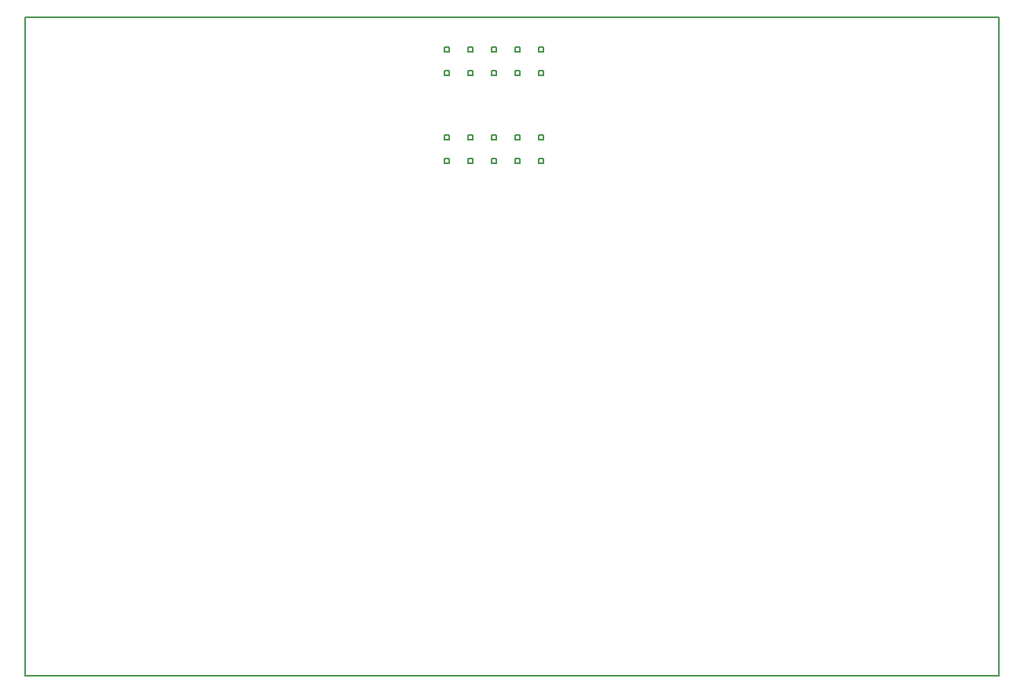
<source format=gm1>
G04 Layer_Color=16711935*
%FSLAX24Y24*%
%MOIN*%
G70*
G01*
G75*
%ADD11C,0.0080*%
%ADD115C,0.0060*%
D11*
X51181Y9843D02*
Y37795D01*
X9843Y9843D02*
Y37795D01*
Y9843D02*
X51181D01*
X9843Y37795D02*
X51181D01*
D115*
X27642Y31592D02*
Y31788D01*
Y31592D02*
X27838D01*
Y31788D01*
X27642D02*
X27838D01*
X27642Y32592D02*
Y32788D01*
Y32592D02*
X27838D01*
Y32788D01*
X27642D02*
X27838D01*
X28642Y32592D02*
Y32788D01*
Y32592D02*
X28838D01*
Y32788D01*
X28642D02*
X28838D01*
X28642Y31592D02*
Y31788D01*
Y31592D02*
X28838D01*
Y31788D01*
X28642D02*
X28838D01*
X29642Y31592D02*
Y31788D01*
Y31592D02*
X29838D01*
Y31788D01*
X29642D02*
X29838D01*
X29642Y32592D02*
Y32788D01*
Y32592D02*
X29838D01*
Y32788D01*
X29642D02*
X29838D01*
X30642Y32592D02*
Y32788D01*
Y32592D02*
X30838D01*
Y32788D01*
X30642D02*
X30838D01*
X30642Y31592D02*
Y31788D01*
Y31592D02*
X30838D01*
Y31788D01*
X30642D02*
X30838D01*
X31642Y31592D02*
Y31788D01*
Y31592D02*
X31838D01*
Y31788D01*
X31642D02*
X31838D01*
X31642Y32592D02*
Y32788D01*
Y32592D02*
X31838D01*
Y32788D01*
X31642D02*
X31838D01*
X27642Y35342D02*
Y35538D01*
Y35342D02*
X27838D01*
Y35538D01*
X27642D02*
X27838D01*
X27642Y36342D02*
Y36538D01*
Y36342D02*
X27838D01*
Y36538D01*
X27642D02*
X27838D01*
X28642Y36342D02*
Y36538D01*
Y36342D02*
X28838D01*
Y36538D01*
X28642D02*
X28838D01*
X28642Y35342D02*
Y35538D01*
Y35342D02*
X28838D01*
Y35538D01*
X28642D02*
X28838D01*
X29642Y35342D02*
Y35538D01*
Y35342D02*
X29838D01*
Y35538D01*
X29642D02*
X29838D01*
X29642Y36342D02*
Y36538D01*
Y36342D02*
X29838D01*
Y36538D01*
X29642D02*
X29838D01*
X30642Y36342D02*
Y36538D01*
Y36342D02*
X30838D01*
Y36538D01*
X30642D02*
X30838D01*
X30642Y35342D02*
Y35538D01*
Y35342D02*
X30838D01*
Y35538D01*
X30642D02*
X30838D01*
X31642Y35342D02*
Y35538D01*
Y35342D02*
X31838D01*
Y35538D01*
X31642D02*
X31838D01*
X31642Y36342D02*
Y36538D01*
Y36342D02*
X31838D01*
Y36538D01*
X31642D02*
X31838D01*
M02*

</source>
